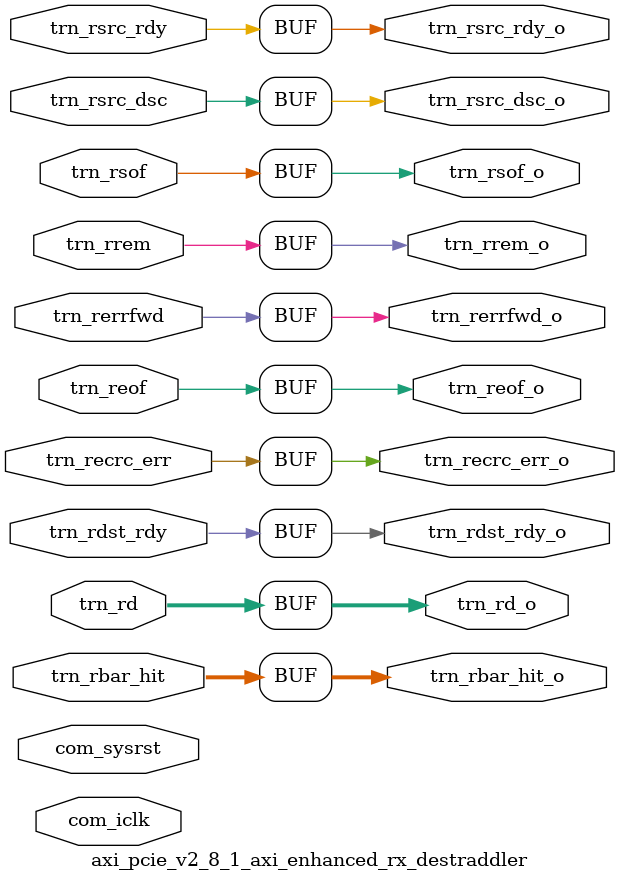
<source format=v>
`timescale 1ps/1ps

module axi_pcie_v2_8_1_axi_enhanced_rx_destraddler #(
  parameter C_DATA_WIDTH = 32,                          // RX/TX interface data width
  parameter C_FAMILY = "X7",                            // Targeted FPGA family
  parameter TCQ = 1,                                    // Clock to Q time

  // Do not override parameters below this line
  parameter REM_WIDTH  = (C_DATA_WIDTH == 128) ? 2 : 1, // trem/rrem width
  parameter RBAR_WIDTH = (C_FAMILY == "X7") ? 8 : 7,    // trn_rbar_hit width
  parameter STRB_WIDTH = C_DATA_WIDTH / 8               // TSTRB width
  ) (

  //---------------------------------------------------------------------------
  // TRN RX
  //---------------------------------------------------------------------------
  input      [C_DATA_WIDTH-1:0] trn_rd,                 // RX data from block
  input                         trn_rsof,               // RX start of packet
  input                         trn_reof,               // RX end of packet
  input                         trn_rsrc_rdy,           // RX source ready
  output                        trn_rdst_rdy_o,         // RX destination ready
  input                         trn_rsrc_dsc,           // RX source discontinue
  input         [REM_WIDTH-1:0] trn_rrem,               // RX remainder
  input                         trn_rerrfwd,            // RX error forward
  input        [RBAR_WIDTH-1:0] trn_rbar_hit,           // RX BAR hit
  input                         trn_recrc_err,          // RX ECRC error

  //--------------------------------------------------------------------------
  //TRN Realigned outputs to the RX data pipeline and Null Generator
  //--------------------------------------------------------------------------

  output  reg [C_DATA_WIDTH-1:0]trn_rd_o,               // Realigned data output
  output  reg                   trn_rsof_o,             // Realigned start of Frame
  output  reg                   trn_reof_o,             // Realigned End of Frame
  output  reg                   trn_rsrc_rdy_o,         // Realigned Source ready
  input                         trn_rdst_rdy,           // Destination ready from user
  output  reg                   trn_rsrc_dsc_o,         // Discontinue realigned
  output  reg   [REM_WIDTH-1:0] trn_rrem_o,             // RREM realigned
  output  reg                   trn_rerrfwd_o,          // rerrfwd realigned
  output  reg  [RBAR_WIDTH-1:0] trn_rbar_hit_o,         // RBAR hit realigned
  output  reg                   trn_recrc_err_o,        // ECRC error realigned

  //---------------------------------------------------------------------------
  // System
  //---------------------------------------------------------------------------

  input                         com_iclk,               // user clock from block
  input                         com_sysrst              // user reset from block

);

generate
// C_DATA_WIDTH == 128
if(C_DATA_WIDTH == 128) begin : data_width_128

  localparam               IDLE             = 2'b00;
  localparam               PROCESS_TLP_BEAT = 2'b01;
  localparam               THROTTLE_TLP     = 2'b10;

  reg [1:0]                state;
  reg                      local_throttle;
  // internal storage
  reg [C_DATA_WIDTH/2-1:0] trn_rd_d;
  reg                      trn_rsof_d;
  reg                      trn_reof_d;
  reg                      trn_rsrc_rdy_d;
  reg                      trn_rsrc_dsc_d;
  reg    [REM_WIDTH-1:0]   trn_rrem_d;
  reg                      trn_rerrfwd_d;
  reg   [RBAR_WIDTH-1:0]   trn_rbar_hit_d;
  reg                      trn_recrc_err_d;

  assign trn_rdst_rdy_o = trn_rdst_rdy && !local_throttle;

  // Internal buffer to store TRN signals
  always@(posedge com_iclk) begin
    if(com_sysrst) begin
      trn_rd_d            <= #TCQ {C_DATA_WIDTH/2{1'b0}};
      trn_rsof_d          <= #TCQ 1'b0;
      trn_reof_d          <= #TCQ 1'b0;
      trn_rsrc_rdy_d      <= #TCQ 1'b0;
      trn_rsrc_dsc_d      <= #TCQ 1'b0;
      trn_rrem_d          <= #TCQ {REM_WIDTH{1'b0}};
      trn_rerrfwd_d       <= #TCQ 1'b0;
      trn_rbar_hit_d      <= #TCQ {RBAR_WIDTH{1'b0}};
      trn_recrc_err_d     <= #TCQ 1'b0;
    end
    else begin
      // Enable signal for registers
      if(trn_rdst_rdy) begin
        trn_rd_d          <= #TCQ trn_rd[63:0];
        trn_rsof_d        <= #TCQ trn_rsof;
        trn_reof_d        <= #TCQ trn_reof;
        trn_rsrc_rdy_d    <= #TCQ trn_rsrc_rdy;
        trn_rsrc_dsc_d    <= #TCQ trn_rsrc_dsc;
        trn_rrem_d        <= #TCQ trn_rrem;
        trn_rerrfwd_d     <= #TCQ trn_rerrfwd;
        trn_rbar_hit_d    <= #TCQ trn_rbar_hit;
        trn_recrc_err_d   <= #TCQ trn_recrc_err;
      end
    end
  end

  // Output driver logic based on StateMachine state values and TRN inputs
  always@(trn_rd,trn_rsof,trn_reof,trn_rrem,trn_rsrc_dsc,trn_rsrc_rdy,trn_rdst_rdy,
          trn_recrc_err,trn_rerrfwd,trn_rbar_hit,state,local_throttle,com_sysrst) begin
    if(com_sysrst) begin
      trn_rd_o            <= {C_DATA_WIDTH{1'b0}};
      trn_rsof_o          <= 1'b0;
      trn_reof_o          <= 1'b0;
      trn_rsrc_rdy_o      <= 1'b0;
      trn_rsrc_dsc_o      <= 1'b0;
      trn_rrem_o          <= {REM_WIDTH{1'b0}};
      trn_rerrfwd_o       <= 1'b0;
      trn_rbar_hit_o      <= {RBAR_WIDTH{1'b0}};
      trn_recrc_err_o     <= 1'b0;
    end
    else begin
      case(state)
      IDLE : begin
               if(trn_rsof && !trn_rrem[1] && !trn_reof && trn_rdst_rdy && trn_rsrc_rdy) begin // Unaligned TLP
                 // Create a void i.e. Pass default '0' values to all outputs
                 trn_rd_o            <= {C_DATA_WIDTH{1'b0}};
                 trn_rsof_o          <= 1'b0;
                 trn_reof_o          <= 1'b0;
                 trn_rsrc_rdy_o      <= 1'b0;
                 trn_rsrc_dsc_o      <= 1'b0;
                 trn_rrem_o          <= {REM_WIDTH{1'b0}};
                 trn_rerrfwd_o       <= 1'b0;
                 trn_rbar_hit_o      <= {RBAR_WIDTH{1'b0}};
                 trn_recrc_err_o     <= 1'b0;
               end
               else if(trn_rsof && trn_reof && !trn_rrem[1] && trn_rdst_rdy && trn_rsrc_rdy) begin // straddled Beat
                 // Pass only EOF
                 trn_rd_o            <= {trn_rd[127:64],64'b0};
                 trn_rsof_o          <= 1'b0;
                 trn_reof_o          <= trn_reof;
                 trn_rsrc_rdy_o      <= trn_rsrc_rdy;
                 trn_rsrc_dsc_o      <= trn_rsrc_dsc;
                 trn_rrem_o          <= {1'b0,trn_rrem[0]};
                 trn_rerrfwd_o       <= trn_rerrfwd_d;   // Old value
                 trn_rbar_hit_o      <= trn_rbar_hit_d;  // Old value
                 trn_recrc_err_o     <= trn_recrc_err;   // New value is used
  
               end
               else begin // Default
                 trn_rd_o            <= trn_rd;
                 trn_rsof_o          <= trn_rsof;
                 trn_reof_o          <= trn_reof;
                 trn_rsrc_rdy_o      <= trn_rsrc_rdy;
                 trn_rsrc_dsc_o      <= trn_rsrc_dsc;
                 trn_rrem_o          <= trn_rrem;
                 trn_rerrfwd_o       <= trn_rerrfwd;
                 trn_rbar_hit_o      <= trn_rbar_hit;
                 trn_recrc_err_o     <= trn_recrc_err;
               end
             end
      PROCESS_TLP_BEAT : begin
               // eof in [127:64] only and no straddled beat
               if (trn_reof && !trn_rsof && !trn_rrem[1] && trn_rdst_rdy && trn_rsrc_rdy) begin
                 // adjust stored values with the live ones
                 trn_rd_o            <= {trn_rd_d,trn_rd[127:64]};
                 trn_rsof_o          <= trn_rsof_d;
                 trn_reof_o          <= trn_reof;
                 trn_rsrc_rdy_o      <= trn_rsrc_rdy;
                 trn_rsrc_dsc_o      <= trn_rsrc_dsc;
                 trn_rrem_o          <= {1'b1,trn_rrem[0]}; // Can be D0 D1 D2 -- or D0 D1 D2 D3 or H0 H1 H2 H3(D0/--)
                 trn_rerrfwd_o       <= trn_rerrfwd_d;
                 trn_rbar_hit_o      <= trn_rbar_hit_d;
                 trn_recrc_err_o     <= trn_recrc_err;
               end
               // Straddled beat
               // adjust stored values with the live ones. previous TLP ends here 
               else if(trn_reof && trn_rsof && trn_rdst_rdy && trn_rsrc_rdy) begin
                 trn_rd_o            <= {trn_rd_d,trn_rd[127:64]};
                 trn_rsof_o          <= trn_rsof_d;  // Old value
                 trn_reof_o          <= trn_reof;
                 trn_rsrc_rdy_o      <= trn_rsrc_rdy;
                 trn_rsrc_dsc_o      <= trn_rsrc_dsc;
                 trn_rrem_o          <= {1'b1,trn_rrem[0]}; // Can be D2 D1 D0 -- or D3 D3 D1 D0
                 trn_rerrfwd_o       <= trn_rerrfwd_d;
                 trn_rbar_hit_o      <= trn_rbar_hit_d;
                 trn_recrc_err_o     <= trn_recrc_err;
               end
               // eof beat having more than 2DW
               else if(trn_reof && trn_rdst_rdy && trn_rsrc_rdy) begin
                 // Pass {stored, live}
                 trn_rd_o            <= {trn_rd_d,trn_rd[127:64]};
                 trn_rsof_o          <= trn_rsof_d;
                 trn_reof_o          <= 1'b0;
                 trn_rsrc_rdy_o      <= trn_rsrc_rdy_d;
                 trn_rsrc_dsc_o      <= trn_rsrc_dsc;
                 trn_rrem_o          <= {REM_WIDTH{1'b1}};
                 trn_rerrfwd_o       <= trn_rerrfwd_d;
                 trn_rbar_hit_o      <= trn_rbar_hit_d;
                 trn_recrc_err_o     <= trn_recrc_err_d;
               end
               // Mid-Packet transfer
               else begin
                 // Pass {stored, live}
                 trn_rd_o            <= {trn_rd_d,trn_rd[127:64]};
                 trn_rsof_o          <= trn_rsof_d;
                 trn_reof_o          <= trn_reof;
                 trn_rsrc_rdy_o      <= trn_rsrc_rdy_d;
                 trn_rsrc_dsc_o      <= trn_rsrc_dsc;
                 trn_rrem_o          <= {REM_WIDTH{1'b1}};
                 trn_rerrfwd_o       <= trn_rerrfwd_d;
                 trn_rbar_hit_o      <= trn_rbar_hit_d;
                 trn_recrc_err_o     <= trn_recrc_err;
               end
             end
      default : begin
               // Throttle PCIe interface (will be for 1 cycle only)
               // Use stored values only in this state
               trn_rd_o              <= {trn_rd_d,64'b0};
               trn_rsof_o            <= trn_rsof_d;
               trn_reof_o            <= trn_reof_d;
               trn_rsrc_rdy_o        <= trn_rsrc_rdy_d;
               trn_rsrc_dsc_o        <= trn_rsrc_dsc_d;
               trn_rrem_o            <= {1'b0,trn_rrem_d[0]}; // Can be D1 D0 -- -- or D0 -- -- --
               trn_rerrfwd_o         <= trn_rerrfwd_d;
               trn_rbar_hit_o        <= trn_rbar_hit_d;
               trn_recrc_err_o       <= trn_recrc_err_d;
             end
      endcase
    end
  end

  // State Machine to re-align TLPs
  always @(posedge com_iclk) begin
    if(com_sysrst || trn_rsrc_dsc) begin
      state <= #TCQ IDLE;
      local_throttle <= #TCQ 1'b0;
    end
    else begin
      case(state)
      IDLE: begin
              // Unaligned TLP start or Straddle Beat
              if(((trn_rsof && !trn_reof) || (trn_rsof && trn_reof )) && !trn_rrem[1] && trn_rdst_rdy && trn_rsrc_rdy) begin
                state <= #TCQ PROCESS_TLP_BEAT;
              end
              local_throttle <= #TCQ 1'b0;
            end
      PROCESS_TLP_BEAT: begin
              // Wait for eof only
              if (trn_reof && !trn_rsof && trn_rdst_rdy && trn_rsrc_rdy) begin
                // eof in [128:64] only
                if(!trn_rrem[1]) begin
                  state <= #TCQ IDLE;
                  local_throttle <= #TCQ 1'b0;
                end
                // eof in [128:0]
                else begin
                  state <= #TCQ THROTTLE_TLP;
                  local_throttle <= #TCQ 1'b1;
                end
              end
            end
      default : begin
              if(trn_rdst_rdy) begin
                state  <= #TCQ IDLE;
                local_throttle <= #TCQ 1'b0;
              end
            end
      endcase
    end
  end

end // data_width_128
// C_DATA_WIDTH == 32 or C_DATA_WIDTH == 64
else begin: data_width_32_64
  // Direct mapping of inputs to outputs
  always@(*) begin
      trn_rd_o            <= trn_rd;
      trn_rsof_o          <= trn_rsof;
      trn_reof_o          <= trn_reof;
      trn_rsrc_rdy_o      <= trn_rsrc_rdy;
      trn_rsrc_dsc_o      <= trn_rsrc_dsc;
      trn_rrem_o          <= trn_rrem;
      trn_rerrfwd_o       <= trn_rerrfwd;
      trn_rbar_hit_o      <= trn_rbar_hit;
      trn_recrc_err_o     <= trn_recrc_err;
  end
  assign trn_rdst_rdy_o = trn_rdst_rdy;
end // data_width_32_64

endgenerate

endmodule

</source>
